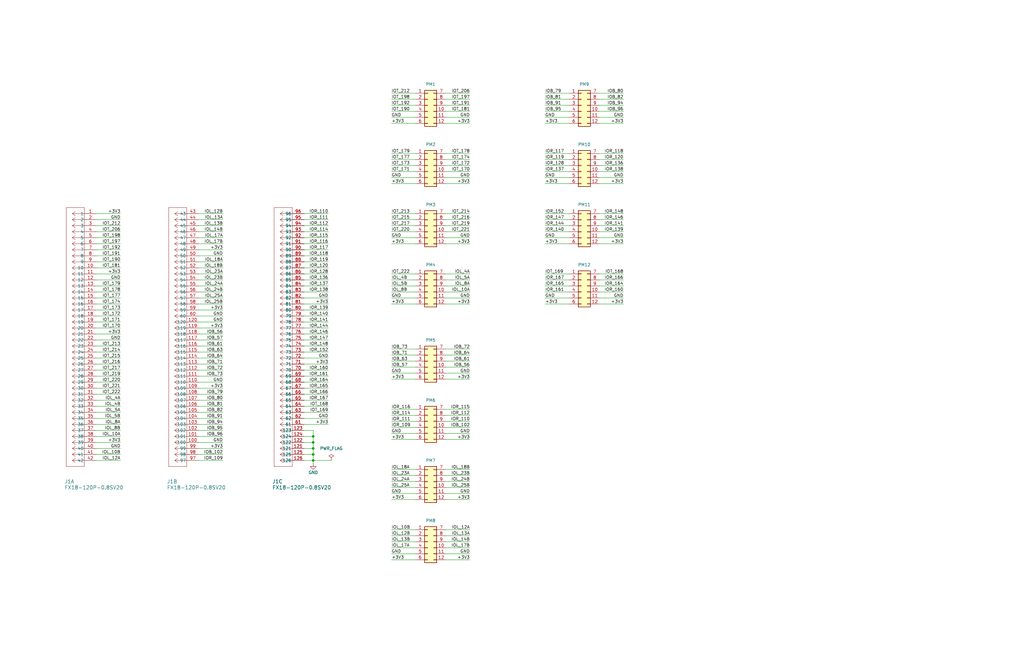
<source format=kicad_sch>
(kicad_sch (version 20231120) (generator "eeschema") (generator_version "8.0")
  (paper "USLedger")
  (lib_symbols
    (symbol "Connector_Generic:Conn_02x06_Top_Bottom" (pin_names (offset 1.016) hide)
      (property "Reference" "J" (at 1.27 7.62 0))
      (property "Value" "Conn_02x06_Top_Bottom" (at 1.27 -10.16 0))
      (symbol "Conn_02x06_Top_Bottom_1_1"
        (pin passive line (at -5.08 5.08 0) (length 3.81) (name "Pin_1") (number "1"))
        (pin passive line (at 7.62 -2.54 180) (length 3.81) (name "Pin_10") (number "10"))
        (pin passive line (at 7.62 -5.08 180) (length 3.81) (name "Pin_11") (number "11"))
        (pin passive line (at 7.62 -7.62 180) (length 3.81) (name "Pin_12") (number "12"))
        (pin passive line (at -5.08 2.54 0) (length 3.81) (name "Pin_2") (number "2"))
        (pin passive line (at -5.08 0 0) (length 3.81) (name "Pin_3") (number "3"))
        (pin passive line (at -5.08 -2.54 0) (length 3.81) (name "Pin_4") (number "4"))
        (pin passive line (at -5.08 -5.08 0) (length 3.81) (name "Pin_5") (number "5"))
        (pin passive line (at -5.08 -7.62 0) (length 3.81) (name "Pin_6") (number "6"))
        (pin passive line (at 7.62 5.08 180) (length 3.81) (name "Pin_7") (number "7"))
        (pin passive line (at 7.62 2.54 180) (length 3.81) (name "Pin_8") (number "8"))
        (pin passive line (at 7.62 0 180) (length 3.81) (name "Pin_9") (number "9"))
      )
    )
    (symbol "FX18-120P-0-8SV20:FX18-120P-0.8SV20" (pin_names (offset 0.254))
      (property "Reference" "J" (at 8.89 6.35 0))
      (property "Value" "FX18-120P-0.8SV20" (at 0 0 0))
      (symbol "FX18-120P-0.8SV20_1_1"
        (pin passive line (at 0 0 0) (length 5.08) (name "1") (number "1"))
        (pin passive line (at 0 -22.86 0) (length 5.08) (name "10") (number "10"))
        (pin passive line (at 0 -25.4 0) (length 5.08) (name "11") (number "11"))
        (pin passive line (at 0 -27.94 0) (length 5.08) (name "12") (number "12"))
        (pin passive line (at 0 -30.48 0) (length 5.08) (name "13") (number "13"))
        (pin passive line (at 0 -33.02 0) (length 5.08) (name "14") (number "14"))
        (pin passive line (at 0 -35.56 0) (length 5.08) (name "15") (number "15"))
        (pin passive line (at 0 -38.1 0) (length 5.08) (name "16") (number "16"))
        (pin passive line (at 0 -40.64 0) (length 5.08) (name "17") (number "17"))
        (pin passive line (at 0 -43.18 0) (length 5.08) (name "18") (number "18"))
        (pin passive line (at 0 -45.72 0) (length 5.08) (name "19") (number "19"))
        (pin passive line (at 0 -2.54 0) (length 5.08) (name "2") (number "2"))
        (pin passive line (at 0 -48.26 0) (length 5.08) (name "20") (number "20"))
        (pin passive line (at 0 -50.8 0) (length 5.08) (name "21") (number "21"))
        (pin passive line (at 0 -53.34 0) (length 5.08) (name "22") (number "22"))
        (pin passive line (at 0 -55.88 0) (length 5.08) (name "23") (number "23"))
        (pin passive line (at 0 -58.42 0) (length 5.08) (name "24") (number "24"))
        (pin passive line (at 0 -60.96 0) (length 5.08) (name "25") (number "25"))
        (pin passive line (at 0 -63.5 0) (length 5.08) (name "26") (number "26"))
        (pin passive line (at 0 -66.04 0) (length 5.08) (name "27") (number "27"))
        (pin passive line (at 0 -68.58 0) (length 5.08) (name "28") (number "28"))
        (pin passive line (at 0 -71.12 0) (length 5.08) (name "29") (number "29"))
        (pin passive line (at 0 -5.08 0) (length 5.08) (name "3") (number "3"))
        (pin passive line (at 0 -73.66 0) (length 5.08) (name "30") (number "30"))
        (pin passive line (at 0 -76.2 0) (length 5.08) (name "31") (number "31"))
        (pin passive line (at 0 -78.74 0) (length 5.08) (name "32") (number "32"))
        (pin passive line (at 0 -81.28 0) (length 5.08) (name "33") (number "33"))
        (pin passive line (at 0 -83.82 0) (length 5.08) (name "34") (number "34"))
        (pin passive line (at 0 -86.36 0) (length 5.08) (name "35") (number "35"))
        (pin passive line (at 0 -88.9 0) (length 5.08) (name "36") (number "36"))
        (pin passive line (at 0 -91.44 0) (length 5.08) (name "37") (number "37"))
        (pin passive line (at 0 -93.98 0) (length 5.08) (name "38") (number "38"))
        (pin passive line (at 0 -96.52 0) (length 5.08) (name "39") (number "39"))
        (pin passive line (at 0 -7.62 0) (length 5.08) (name "4") (number "4"))
        (pin passive line (at 0 -99.06 0) (length 5.08) (name "40") (number "40"))
        (pin passive line (at 0 -101.6 0) (length 5.08) (name "41") (number "41"))
        (pin passive line (at 0 -104.14 0) (length 5.08) (name "42") (number "42"))
        (pin passive line (at 0 -10.16 0) (length 5.08) (name "5") (number "5"))
        (pin passive line (at 0 -12.7 0) (length 5.08) (name "6") (number "6"))
        (pin passive line (at 0 -15.24 0) (length 5.08) (name "7") (number "7"))
        (pin passive line (at 0 -17.78 0) (length 5.08) (name "8") (number "8"))
        (pin passive line (at 0 -20.32 0) (length 5.08) (name "9") (number "9"))
      )
      (symbol "FX18-120P-0.8SV20_2_1"
        (pin passive line (at 0 -96.52 0) (length 5.08) (name "100") (number "100"))
        (pin passive line (at 0 -93.98 0) (length 5.08) (name "101") (number "101"))
        (pin passive line (at 0 -91.44 0) (length 5.08) (name "102") (number "102"))
        (pin passive line (at 0 -88.9 0) (length 5.08) (name "103") (number "103"))
        (pin passive line (at 0 -86.36 0) (length 5.08) (name "104") (number "104"))
        (pin passive line (at 0 -83.82 0) (length 5.08) (name "105") (number "105"))
        (pin passive line (at 0 -81.28 0) (length 5.08) (name "106") (number "106"))
        (pin passive line (at 0 -78.74 0) (length 5.08) (name "107") (number "107"))
        (pin passive line (at 0 -76.2 0) (length 5.08) (name "108") (number "108"))
        (pin passive line (at 0 -73.66 0) (length 5.08) (name "109") (number "109"))
        (pin passive line (at 0 -71.12 0) (length 5.08) (name "110") (number "110"))
        (pin passive line (at 0 -68.58 0) (length 5.08) (name "111") (number "111"))
        (pin passive line (at 0 -66.04 0) (length 5.08) (name "112") (number "112"))
        (pin passive line (at 0 -63.5 0) (length 5.08) (name "113") (number "113"))
        (pin passive line (at 0 -60.96 0) (length 5.08) (name "114") (number "114"))
        (pin passive line (at 0 -58.42 0) (length 5.08) (name "115") (number "115"))
        (pin passive line (at 0 -55.88 0) (length 5.08) (name "116") (number "116"))
        (pin passive line (at 0 -53.34 0) (length 5.08) (name "117") (number "117"))
        (pin passive line (at 0 -50.8 0) (length 5.08) (name "118") (number "118"))
        (pin passive line (at 0 -48.26 0) (length 5.08) (name "119") (number "119"))
        (pin passive line (at 0 -45.72 0) (length 5.08) (name "120") (number "120"))
        (pin passive line (at 0 0 0) (length 5.08) (name "43") (number "43"))
        (pin passive line (at 0 -2.54 0) (length 5.08) (name "44") (number "44"))
        (pin passive line (at 0 -5.08 0) (length 5.08) (name "45") (number "45"))
        (pin passive line (at 0 -7.62 0) (length 5.08) (name "46") (number "46"))
        (pin passive line (at 0 -10.16 0) (length 5.08) (name "47") (number "47"))
        (pin passive line (at 0 -12.7 0) (length 5.08) (name "48") (number "48"))
        (pin passive line (at 0 -15.24 0) (length 5.08) (name "49") (number "49"))
        (pin passive line (at 0 -17.78 0) (length 5.08) (name "50") (number "50"))
        (pin passive line (at 0 -20.32 0) (length 5.08) (name "51") (number "51"))
        (pin passive line (at 0 -22.86 0) (length 5.08) (name "52") (number "52"))
        (pin passive line (at 0 -25.4 0) (length 5.08) (name "53") (number "53"))
        (pin passive line (at 0 -27.94 0) (length 5.08) (name "54") (number "54"))
        (pin passive line (at 0 -30.48 0) (length 5.08) (name "55") (number "55"))
        (pin passive line (at 0 -33.02 0) (length 5.08) (name "56") (number "56"))
        (pin passive line (at 0 -35.56 0) (length 5.08) (name "57") (number "57"))
        (pin passive line (at 0 -38.1 0) (length 5.08) (name "58") (number "58"))
        (pin passive line (at 0 -40.64 0) (length 5.08) (name "59") (number "59"))
        (pin passive line (at 0 -43.18 0) (length 5.08) (name "60") (number "60"))
        (pin passive line (at 0 -104.14 0) (length 5.08) (name "97") (number "97"))
        (pin passive line (at 0 -101.6 0) (length 5.08) (name "98") (number "98"))
        (pin passive line (at 0 -99.06 0) (length 5.08) (name "99") (number "99"))
      )
      (symbol "FX18-120P-0.8SV20_3_1"
        (pin passive line (at 0 -99.06 0) (length 5.08) (name "121") (number "121"))
        (pin passive line (at 0 -96.52 0) (length 5.08) (name "122") (number "122"))
        (pin passive line (at 0 -91.44 0) (length 5.08) (name "123") (number "123"))
        (pin passive line (at 0 -93.98 0) (length 5.08) (name "124") (number "124"))
        (pin passive line (at 0 -101.6 0) (length 5.08) (name "125") (number "125"))
        (pin passive line (at 0 -104.14 0) (length 5.08) (name "126") (number "126"))
        (pin passive line (at 0 -88.9 0) (length 5.08) (name "61") (number "61"))
        (pin passive line (at 0 -86.36 0) (length 5.08) (name "62") (number "62"))
        (pin passive line (at 0 -83.82 0) (length 5.08) (name "63") (number "63"))
        (pin passive line (at 0 -81.28 0) (length 5.08) (name "64") (number "64"))
        (pin passive line (at 0 -78.74 0) (length 5.08) (name "65") (number "65"))
        (pin passive line (at 0 -76.2 0) (length 5.08) (name "66") (number "66"))
        (pin passive line (at 0 -73.66 0) (length 5.08) (name "67") (number "67"))
        (pin passive line (at 0 -71.12 0) (length 5.08) (name "68") (number "68"))
        (pin passive line (at 0 -68.58 0) (length 5.08) (name "69") (number "69"))
        (pin passive line (at 0 -66.04 0) (length 5.08) (name "70") (number "70"))
        (pin passive line (at 0 -63.5 0) (length 5.08) (name "71") (number "71"))
        (pin passive line (at 0 -60.96 0) (length 5.08) (name "72") (number "72"))
        (pin passive line (at 0 -58.42 0) (length 5.08) (name "73") (number "73"))
        (pin passive line (at 0 -55.88 0) (length 5.08) (name "74") (number "74"))
        (pin passive line (at 0 -53.34 0) (length 5.08) (name "75") (number "75"))
        (pin passive line (at 0 -50.8 0) (length 5.08) (name "76") (number "76"))
        (pin passive line (at 0 -48.26 0) (length 5.08) (name "77") (number "77"))
        (pin passive line (at 0 -45.72 0) (length 5.08) (name "78") (number "78"))
        (pin passive line (at 0 -43.18 0) (length 5.08) (name "79") (number "79"))
        (pin passive line (at 0 -40.64 0) (length 5.08) (name "80") (number "80"))
        (pin passive line (at 0 -38.1 0) (length 5.08) (name "81") (number "81"))
        (pin passive line (at 0 -35.56 0) (length 5.08) (name "82") (number "82"))
        (pin passive line (at 0 -33.02 0) (length 5.08) (name "83") (number "83"))
        (pin passive line (at 0 -30.48 0) (length 5.08) (name "84") (number "84"))
        (pin passive line (at 0 -27.94 0) (length 5.08) (name "85") (number "85"))
        (pin passive line (at 0 -25.4 0) (length 5.08) (name "86") (number "86"))
        (pin passive line (at 0 -22.86 0) (length 5.08) (name "87") (number "87"))
        (pin passive line (at 0 -20.32 0) (length 5.08) (name "88") (number "88"))
        (pin passive line (at 0 -17.78 0) (length 5.08) (name "89") (number "89"))
        (pin passive line (at 0 -15.24 0) (length 5.08) (name "90") (number "90"))
        (pin passive line (at 0 -12.7 0) (length 5.08) (name "91") (number "91"))
        (pin passive line (at 0 -10.16 0) (length 5.08) (name "92") (number "92"))
        (pin passive line (at 0 -7.62 0) (length 5.08) (name "93") (number "93"))
        (pin passive line (at 0 -5.08 0) (length 5.08) (name "94") (number "94"))
        (pin passive line (at 0 -2.54 0) (length 5.08) (name "95") (number "95"))
        (pin passive line (at 0 0 0) (length 5.08) (name "96") (number "96"))
      )
    )
    (symbol "power:GND" (power) (pin_numbers hide) (pin_names (offset 0) hide)
      (property "Value" "GND" (at 0 -3.81 0))
      (symbol "GND_1_1"
        (pin power_in line (at 0 0 270) (length 0) (name "~") (number "1"))
      )
    )
    (symbol "power:PWR_FLAG" (power) (pin_numbers hide) (pin_names (offset 0) hide)
      (property "Value" "PWR_FLAG" (at 0 3.81 0))
      (symbol "PWR_FLAG_0_0"
        (pin power_out line (at 0 0 90) (length 0) (name "~") (number "1"))
      )
    )
  )
  (junction (at 132.08 191.77))
  (junction (at 132.08 186.69))
  (junction (at 132.08 189.23))
  (junction (at 132.08 184.15))
  (junction (at 132.08 194.31))
  (wire (pts (xy 128.27 181.61) (xy 132.08 181.61)))
  (wire (pts (xy 93.98 181.61) (xy 83.82 181.61)))
  (wire (pts (xy 132.08 194.31) (xy 128.27 194.31)))
  (wire (pts (xy 187.96 67.31) (xy 198.12 67.31)))
  (wire (pts (xy 175.26 90.17) (xy 165.1 90.17)))
  (wire (pts (xy 138.43 171.45) (xy 128.27 171.45)))
  (wire (pts (xy 93.98 171.45) (xy 83.82 171.45)))
  (wire (pts (xy 93.98 194.31) (xy 83.82 194.31)))
  (wire (pts (xy 138.43 123.19) (xy 128.27 123.19)))
  (wire (pts (xy 240.03 64.77) (xy 229.87 64.77)))
  (wire (pts (xy 50.8 173.99) (xy 40.64 173.99)))
  (wire (pts (xy 138.43 118.11) (xy 128.27 118.11)))
  (wire (pts (xy 50.8 158.75) (xy 40.64 158.75)))
  (wire (pts (xy 138.43 107.95) (xy 128.27 107.95)))
  (wire (pts (xy 252.73 44.45) (xy 262.89 44.45)))
  (wire (pts (xy 240.03 115.57) (xy 229.87 115.57)))
  (wire (pts (xy 138.43 176.53) (xy 128.27 176.53)))
  (wire (pts (xy 138.43 128.27) (xy 128.27 128.27)))
  (wire (pts (xy 175.26 223.52) (xy 165.1 223.52)))
  (wire (pts (xy 165.1 226.06) (xy 175.26 226.06)))
  (wire (pts (xy 50.8 125.73) (xy 40.64 125.73)))
  (wire (pts (xy 187.96 180.34) (xy 198.12 180.34)))
  (wire (pts (xy 165.1 152.4) (xy 175.26 152.4)))
  (wire (pts (xy 165.1 208.28) (xy 175.26 208.28)))
  (wire (pts (xy 93.98 113.03) (xy 83.82 113.03)))
  (wire (pts (xy 50.8 189.23) (xy 40.64 189.23)))
  (wire (pts (xy 229.87 120.65) (xy 240.03 120.65)))
  (wire (pts (xy 50.8 102.87) (xy 40.64 102.87)))
  (wire (pts (xy 50.8 148.59) (xy 40.64 148.59)))
  (wire (pts (xy 187.96 203.2) (xy 198.12 203.2)))
  (wire (pts (xy 175.26 147.32) (xy 165.1 147.32)))
  (wire (pts (xy 93.98 189.23) (xy 83.82 189.23)))
  (wire (pts (xy 187.96 149.86) (xy 198.12 149.86)))
  (wire (pts (xy 165.1 102.87) (xy 175.26 102.87)))
  (wire (pts (xy 252.73 97.79) (xy 262.89 97.79)))
  (wire (pts (xy 93.98 115.57) (xy 83.82 115.57)))
  (wire (pts (xy 50.8 138.43) (xy 40.64 138.43)))
  (wire (pts (xy 252.73 72.39) (xy 262.89 72.39)))
  (wire (pts (xy 187.96 92.71) (xy 198.12 92.71)))
  (wire (pts (xy 187.96 231.14) (xy 198.12 231.14)))
  (wire (pts (xy 138.43 95.25) (xy 128.27 95.25)))
  (wire (pts (xy 229.87 46.99) (xy 240.03 46.99)))
  (wire (pts (xy 50.8 166.37) (xy 40.64 166.37)))
  (wire (pts (xy 93.98 95.25) (xy 83.82 95.25)))
  (wire (pts (xy 93.98 186.69) (xy 83.82 186.69)))
  (wire (pts (xy 50.8 118.11) (xy 40.64 118.11)))
  (wire (pts (xy 93.98 135.89) (xy 83.82 135.89)))
  (wire (pts (xy 187.96 233.68) (xy 198.12 233.68)))
  (wire (pts (xy 252.73 120.65) (xy 262.89 120.65)))
  (wire (pts (xy 93.98 156.21) (xy 83.82 156.21)))
  (wire (pts (xy 252.73 46.99) (xy 262.89 46.99)))
  (wire (pts (xy 262.89 39.37) (xy 252.73 39.37)))
  (wire (pts (xy 165.1 185.42) (xy 175.26 185.42)))
  (wire (pts (xy 229.87 41.91) (xy 240.03 41.91)))
  (wire (pts (xy 229.87 92.71) (xy 240.03 92.71)))
  (wire (pts (xy 132.08 191.77) (xy 132.08 194.31)))
  (wire (pts (xy 50.8 151.13) (xy 40.64 151.13)))
  (wire (pts (xy 93.98 140.97) (xy 83.82 140.97)))
  (wire (pts (xy 229.87 77.47) (xy 240.03 77.47)))
  (wire (pts (xy 93.98 107.95) (xy 83.82 107.95)))
  (wire (pts (xy 50.8 130.81) (xy 40.64 130.81)))
  (wire (pts (xy 50.8 176.53) (xy 40.64 176.53)))
  (wire (pts (xy 93.98 100.33) (xy 83.82 100.33)))
  (wire (pts (xy 165.1 72.39) (xy 175.26 72.39)))
  (wire (pts (xy 198.12 223.52) (xy 187.96 223.52)))
  (wire (pts (xy 229.87 69.85) (xy 240.03 69.85)))
  (wire (pts (xy 187.96 123.19) (xy 198.12 123.19)))
  (wire (pts (xy 187.96 52.07) (xy 198.12 52.07)))
  (wire (pts (xy 132.08 186.69) (xy 128.27 186.69)))
  (wire (pts (xy 165.1 203.2) (xy 175.26 203.2)))
  (wire (pts (xy 165.1 233.68) (xy 175.26 233.68)))
  (wire (pts (xy 132.08 189.23) (xy 132.08 191.77)))
  (wire (pts (xy 138.43 115.57) (xy 128.27 115.57)))
  (wire (pts (xy 252.73 41.91) (xy 262.89 41.91)))
  (wire (pts (xy 187.96 175.26) (xy 198.12 175.26)))
  (wire (pts (xy 187.96 157.48) (xy 198.12 157.48)))
  (wire (pts (xy 187.96 205.74) (xy 198.12 205.74)))
  (wire (pts (xy 252.73 118.11) (xy 262.89 118.11)))
  (wire (pts (xy 175.26 172.72) (xy 165.1 172.72)))
  (wire (pts (xy 93.98 130.81) (xy 83.82 130.81)))
  (wire (pts (xy 165.1 180.34) (xy 175.26 180.34)))
  (wire (pts (xy 187.96 160.02) (xy 198.12 160.02)))
  (wire (pts (xy 165.1 118.11) (xy 175.26 118.11)))
  (wire (pts (xy 229.87 97.79) (xy 240.03 97.79)))
  (wire (pts (xy 138.43 125.73) (xy 128.27 125.73)))
  (wire (pts (xy 252.73 49.53) (xy 262.89 49.53)))
  (wire (pts (xy 165.1 100.33) (xy 175.26 100.33)))
  (wire (pts (xy 165.1 52.07) (xy 175.26 52.07)))
  (wire (pts (xy 50.8 97.79) (xy 40.64 97.79)))
  (wire (pts (xy 187.96 177.8) (xy 198.12 177.8)))
  (wire (pts (xy 50.8 92.71) (xy 40.64 92.71)))
  (wire (pts (xy 50.8 184.15) (xy 40.64 184.15)))
  (wire (pts (xy 50.8 110.49) (xy 40.64 110.49)))
  (wire (pts (xy 229.87 49.53) (xy 240.03 49.53)))
  (wire (pts (xy 165.1 160.02) (xy 175.26 160.02)))
  (wire (pts (xy 198.12 64.77) (xy 187.96 64.77)))
  (wire (pts (xy 50.8 194.31) (xy 40.64 194.31)))
  (wire (pts (xy 138.43 173.99) (xy 128.27 173.99)))
  (wire (pts (xy 165.1 69.85) (xy 175.26 69.85)))
  (wire (pts (xy 229.87 128.27) (xy 240.03 128.27)))
  (wire (pts (xy 93.98 97.79) (xy 83.82 97.79)))
  (wire (pts (xy 187.96 210.82) (xy 198.12 210.82)))
  (wire (pts (xy 262.89 64.77) (xy 252.73 64.77)))
  (wire (pts (xy 165.1 128.27) (xy 175.26 128.27)))
  (wire (pts (xy 50.8 100.33) (xy 40.64 100.33)))
  (wire (pts (xy 50.8 179.07) (xy 40.64 179.07)))
  (wire (pts (xy 198.12 147.32) (xy 187.96 147.32)))
  (wire (pts (xy 138.43 161.29) (xy 128.27 161.29)))
  (wire (pts (xy 165.1 200.66) (xy 175.26 200.66)))
  (wire (pts (xy 132.08 181.61) (xy 132.08 184.15)))
  (wire (pts (xy 165.1 236.22) (xy 175.26 236.22)))
  (wire (pts (xy 93.98 92.71) (xy 83.82 92.71)))
  (wire (pts (xy 187.96 44.45) (xy 198.12 44.45)))
  (wire (pts (xy 165.1 123.19) (xy 175.26 123.19)))
  (wire (pts (xy 50.8 120.65) (xy 40.64 120.65)))
  (wire (pts (xy 93.98 120.65) (xy 83.82 120.65)))
  (wire (pts (xy 93.98 153.67) (xy 83.82 153.67)))
  (wire (pts (xy 165.1 44.45) (xy 175.26 44.45)))
  (wire (pts (xy 198.12 172.72) (xy 187.96 172.72)))
  (wire (pts (xy 229.87 118.11) (xy 240.03 118.11)))
  (wire (pts (xy 93.98 123.19) (xy 83.82 123.19)))
  (wire (pts (xy 198.12 198.12) (xy 187.96 198.12)))
  (wire (pts (xy 229.87 44.45) (xy 240.03 44.45)))
  (wire (pts (xy 165.1 49.53) (xy 175.26 49.53)))
  (wire (pts (xy 50.8 123.19) (xy 40.64 123.19)))
  (wire (pts (xy 138.43 179.07) (xy 128.27 179.07)))
  (wire (pts (xy 252.73 77.47) (xy 262.89 77.47)))
  (wire (pts (xy 252.73 69.85) (xy 262.89 69.85)))
  (wire (pts (xy 187.96 228.6) (xy 198.12 228.6)))
  (wire (pts (xy 132.08 191.77) (xy 128.27 191.77)))
  (wire (pts (xy 187.96 125.73) (xy 198.12 125.73)))
  (wire (pts (xy 187.96 95.25) (xy 198.12 95.25)))
  (wire (pts (xy 187.96 41.91) (xy 198.12 41.91)))
  (wire (pts (xy 138.43 158.75) (xy 128.27 158.75)))
  (wire (pts (xy 93.98 191.77) (xy 83.82 191.77)))
  (wire (pts (xy 187.96 226.06) (xy 198.12 226.06)))
  (wire (pts (xy 93.98 184.15) (xy 83.82 184.15)))
  (wire (pts (xy 229.87 52.07) (xy 240.03 52.07)))
  (wire (pts (xy 252.73 92.71) (xy 262.89 92.71)))
  (wire (pts (xy 252.73 128.27) (xy 262.89 128.27)))
  (wire (pts (xy 252.73 67.31) (xy 262.89 67.31)))
  (wire (pts (xy 93.98 143.51) (xy 83.82 143.51)))
  (wire (pts (xy 50.8 140.97) (xy 40.64 140.97)))
  (wire (pts (xy 50.8 105.41) (xy 40.64 105.41)))
  (wire (pts (xy 50.8 113.03) (xy 40.64 113.03)))
  (wire (pts (xy 138.43 110.49) (xy 128.27 110.49)))
  (wire (pts (xy 138.43 133.35) (xy 128.27 133.35)))
  (wire (pts (xy 252.73 74.93) (xy 262.89 74.93)))
  (wire (pts (xy 138.43 153.67) (xy 128.27 153.67)))
  (wire (pts (xy 132.08 189.23) (xy 128.27 189.23)))
  (wire (pts (xy 187.96 97.79) (xy 198.12 97.79)))
  (wire (pts (xy 50.8 146.05) (xy 40.64 146.05)))
  (wire (pts (xy 229.87 102.87) (xy 240.03 102.87)))
  (wire (pts (xy 93.98 125.73) (xy 83.82 125.73)))
  (wire (pts (xy 50.8 171.45) (xy 40.64 171.45)))
  (wire (pts (xy 165.1 205.74) (xy 175.26 205.74)))
  (wire (pts (xy 93.98 173.99) (xy 83.82 173.99)))
  (wire (pts (xy 50.8 143.51) (xy 40.64 143.51)))
  (wire (pts (xy 132.08 194.31) (xy 132.08 195.58)))
  (wire (pts (xy 240.03 90.17) (xy 229.87 90.17)))
  (wire (pts (xy 165.1 175.26) (xy 175.26 175.26)))
  (wire (pts (xy 138.43 90.17) (xy 128.27 90.17)))
  (wire (pts (xy 187.96 100.33) (xy 198.12 100.33)))
  (wire (pts (xy 93.98 176.53) (xy 83.82 176.53)))
  (wire (pts (xy 138.43 100.33) (xy 128.27 100.33)))
  (wire (pts (xy 138.43 138.43) (xy 128.27 138.43)))
  (wire (pts (xy 93.98 102.87) (xy 83.82 102.87)))
  (wire (pts (xy 93.98 161.29) (xy 83.82 161.29)))
  (wire (pts (xy 187.96 154.94) (xy 198.12 154.94)))
  (wire (pts (xy 262.89 115.57) (xy 252.73 115.57)))
  (wire (pts (xy 93.98 166.37) (xy 83.82 166.37)))
  (wire (pts (xy 50.8 153.67) (xy 40.64 153.67)))
  (wire (pts (xy 187.96 39.37) (xy 198.12 39.37)))
  (wire (pts (xy 187.96 152.4) (xy 198.12 152.4)))
  (wire (pts (xy 132.08 184.15) (xy 132.08 186.69)))
  (wire (pts (xy 93.98 138.43) (xy 83.82 138.43)))
  (wire (pts (xy 187.96 118.11) (xy 198.12 118.11)))
  (wire (pts (xy 93.98 133.35) (xy 83.82 133.35)))
  (wire (pts (xy 50.8 191.77) (xy 40.64 191.77)))
  (wire (pts (xy 229.87 74.93) (xy 240.03 74.93)))
  (wire (pts (xy 175.26 198.12) (xy 165.1 198.12)))
  (wire (pts (xy 50.8 161.29) (xy 40.64 161.29)))
  (wire (pts (xy 93.98 90.17) (xy 83.82 90.17)))
  (wire (pts (xy 50.8 186.69) (xy 40.64 186.69)))
  (wire (pts (xy 93.98 118.11) (xy 83.82 118.11)))
  (wire (pts (xy 187.96 208.28) (xy 198.12 208.28)))
  (wire (pts (xy 165.1 95.25) (xy 175.26 95.25)))
  (wire (pts (xy 229.87 125.73) (xy 240.03 125.73)))
  (wire (pts (xy 50.8 90.17) (xy 40.64 90.17)))
  (wire (pts (xy 138.43 130.81) (xy 128.27 130.81)))
  (wire (pts (xy 229.87 67.31) (xy 240.03 67.31)))
  (wire (pts (xy 165.1 157.48) (xy 175.26 157.48)))
  (wire (pts (xy 138.43 97.79) (xy 128.27 97.79)))
  (wire (pts (xy 187.96 46.99) (xy 198.12 46.99)))
  (wire (pts (xy 165.1 77.47) (xy 175.26 77.47)))
  (wire (pts (xy 187.96 200.66) (xy 198.12 200.66)))
  (wire (pts (xy 187.96 128.27) (xy 198.12 128.27)))
  (wire (pts (xy 138.43 156.21) (xy 128.27 156.21)))
  (wire (pts (xy 165.1 74.93) (xy 175.26 74.93)))
  (wire (pts (xy 50.8 133.35) (xy 40.64 133.35)))
  (wire (pts (xy 252.73 100.33) (xy 262.89 100.33)))
  (wire (pts (xy 165.1 154.94) (xy 175.26 154.94)))
  (wire (pts (xy 187.96 72.39) (xy 198.12 72.39)))
  (wire (pts (xy 165.1 149.86) (xy 175.26 149.86)))
  (wire (pts (xy 175.26 64.77) (xy 165.1 64.77)))
  (wire (pts (xy 187.96 102.87) (xy 198.12 102.87)))
  (wire (pts (xy 262.89 90.17) (xy 252.73 90.17)))
  (wire (pts (xy 165.1 97.79) (xy 175.26 97.79)))
  (wire (pts (xy 138.43 92.71) (xy 128.27 92.71)))
  (wire (pts (xy 50.8 163.83) (xy 40.64 163.83)))
  (wire (pts (xy 93.98 148.59) (xy 83.82 148.59)))
  (wire (pts (xy 252.73 125.73) (xy 262.89 125.73)))
  (wire (pts (xy 252.73 123.19) (xy 262.89 123.19)))
  (wire (pts (xy 165.1 92.71) (xy 175.26 92.71)))
  (wire (pts (xy 165.1 228.6) (xy 175.26 228.6)))
  (wire (pts (xy 93.98 151.13) (xy 83.82 151.13)))
  (wire (pts (xy 93.98 158.75) (xy 83.82 158.75)))
  (wire (pts (xy 138.43 102.87) (xy 128.27 102.87)))
  (wire (pts (xy 50.8 95.25) (xy 40.64 95.25)))
  (wire (pts (xy 138.43 143.51) (xy 128.27 143.51)))
  (wire (pts (xy 165.1 46.99) (xy 175.26 46.99)))
  (wire (pts (xy 165.1 210.82) (xy 175.26 210.82)))
  (wire (pts (xy 187.96 69.85) (xy 198.12 69.85)))
  (wire (pts (xy 165.1 41.91) (xy 175.26 41.91)))
  (wire (pts (xy 252.73 95.25) (xy 262.89 95.25)))
  (wire (pts (xy 138.43 168.91) (xy 128.27 168.91)))
  (wire (pts (xy 93.98 163.83) (xy 83.82 163.83)))
  (wire (pts (xy 138.43 163.83) (xy 128.27 163.83)))
  (wire (pts (xy 187.96 49.53) (xy 198.12 49.53)))
  (wire (pts (xy 93.98 128.27) (xy 83.82 128.27)))
  (wire (pts (xy 175.26 39.37) (xy 165.1 39.37)))
  (wire (pts (xy 50.8 181.61) (xy 40.64 181.61)))
  (wire (pts (xy 187.96 77.47) (xy 198.12 77.47)))
  (wire (pts (xy 165.1 231.14) (xy 175.26 231.14)))
  (wire (pts (xy 138.43 148.59) (xy 128.27 148.59)))
  (wire (pts (xy 252.73 52.07) (xy 262.89 52.07)))
  (wire (pts (xy 138.43 105.41) (xy 128.27 105.41)))
  (wire (pts (xy 132.08 194.31) (xy 139.7 194.31)))
  (wire (pts (xy 175.26 115.57) (xy 165.1 115.57)))
  (wire (pts (xy 138.43 166.37) (xy 128.27 166.37)))
  (wire (pts (xy 187.96 74.93) (xy 198.12 74.93)))
  (wire (pts (xy 138.43 120.65) (xy 128.27 120.65)))
  (wire (pts (xy 93.98 110.49) (xy 83.82 110.49)))
  (wire (pts (xy 187.96 120.65) (xy 198.12 120.65)))
  (wire (pts (xy 50.8 107.95) (xy 40.64 107.95)))
  (wire (pts (xy 132.08 184.15) (xy 128.27 184.15)))
  (wire (pts (xy 165.1 67.31) (xy 175.26 67.31)))
  (wire (pts (xy 165.1 120.65) (xy 175.26 120.65)))
  (wire (pts (xy 50.8 168.91) (xy 40.64 168.91)))
  (wire (pts (xy 229.87 95.25) (xy 240.03 95.25)))
  (wire (pts (xy 187.96 236.22) (xy 198.12 236.22)))
  (wire (pts (xy 252.73 102.87) (xy 262.89 102.87)))
  (wire (pts (xy 138.43 146.05) (xy 128.27 146.05)))
  (wire (pts (xy 138.43 140.97) (xy 128.27 140.97)))
  (wire (pts (xy 93.98 179.07) (xy 83.82 179.07)))
  (wire (pts (xy 132.08 186.69) (xy 132.08 189.23)))
  (wire (pts (xy 229.87 123.19) (xy 240.03 123.19)))
  (wire (pts (xy 50.8 135.89) (xy 40.64 135.89)))
  (wire (pts (xy 93.98 146.05) (xy 83.82 146.05)))
  (wire (pts (xy 93.98 168.91) (xy 83.82 168.91)))
  (wire (pts (xy 198.12 90.17) (xy 187.96 90.17)))
  (wire (pts (xy 187.96 185.42) (xy 198.12 185.42)))
  (wire (pts (xy 165.1 125.73) (xy 175.26 125.73)))
  (wire (pts (xy 50.8 128.27) (xy 40.64 128.27)))
  (wire (pts (xy 240.03 39.37) (xy 229.87 39.37)))
  (wire (pts (xy 229.87 100.33) (xy 240.03 100.33)))
  (wire (pts (xy 187.96 182.88) (xy 198.12 182.88)))
  (wire (pts (xy 165.1 182.88) (xy 175.26 182.88)))
  (wire (pts (xy 50.8 156.21) (xy 40.64 156.21)))
  (wire (pts (xy 165.1 177.8) (xy 175.26 177.8)))
  (wire (pts (xy 198.12 115.57) (xy 187.96 115.57)))
  (wire (pts (xy 138.43 151.13) (xy 128.27 151.13)))
  (wire (pts (xy 138.43 113.03) (xy 128.27 113.03)))
  (wire (pts (xy 138.43 135.89) (xy 128.27 135.89)))
  (wire (pts (xy 50.8 115.57) (xy 40.64 115.57)))
  (wire (pts (xy 229.87 72.39) (xy 240.03 72.39)))
  (wire (pts (xy 93.98 105.41) (xy 83.82 105.41)))
  (label "+3V3" (at 198.12 210.82 180))
  (label "IOT_217" (at 50.8 156.21 180))
  (label "IOB_91" (at 93.98 176.53 180))
  (label "GND" (at 165.1 182.88 0))
  (label "IOR_139" (at 138.43 130.81 180))
  (label "IOT_170" (at 198.12 72.39 180))
  (label "GND" (at 262.89 74.93 180))
  (label "IOL_12A" (at 198.12 223.52 180))
  (label "IOL_18A" (at 93.98 110.49 180))
  (label "IOB_57" (at 165.1 154.94 0))
  (label "IOT_190" (at 50.8 110.49 180))
  (label "IOL_18A" (at 165.1 198.12 0))
  (label "IOT_222" (at 50.8 166.37 180))
  (label "IOR_167" (at 138.43 168.91 180))
  (label "+3V3" (at 165.1 128.27 0))
  (label "IOR_167" (at 229.87 118.11 0))
  (label "IOB_71" (at 93.98 153.67 180))
  (label "IOT_206" (at 198.12 39.37 180))
  (label "IOR_140" (at 138.43 133.35 180))
  (label "IOR_165" (at 229.87 120.65 0))
  (label "IOT_172" (at 198.12 69.85 180))
  (label "IOL_5B" (at 50.8 176.53 180))
  (label "+3V3" (at 198.12 185.42 180))
  (label "GND" (at 138.43 125.73 180))
  (label "GND" (at 262.89 49.53 180))
  (label "IOT_190" (at 165.1 46.99 0))
  (label "IOL_24B" (at 93.98 123.19 180))
  (label "+3V3" (at 165.1 210.82 0))
  (label "IOT_168" (at 138.43 171.45 180))
  (label "GND" (at 198.12 125.73 180))
  (label "IOR_118" (at 138.43 107.95 180))
  (label "IOR_146" (at 138.43 140.97 180))
  (label "IOL_24A" (at 93.98 120.65 180))
  (label "IOR_114" (at 165.1 175.26 0))
  (label "IOT_198" (at 50.8 100.33 180))
  (label "IOR_112" (at 198.12 175.26 180))
  (label "IOL_4B" (at 165.1 118.11 0))
  (label "IOT_220" (at 165.1 97.79 0))
  (label "IOR_152" (at 138.43 148.59 180))
  (label "IOL_24A" (at 165.1 203.2 0))
  (label "IOR_120" (at 262.89 67.31 180))
  (label "+3V3" (at 165.1 102.87 0))
  (label "IOT_177" (at 50.8 125.73 180))
  (label "IOB_63" (at 165.1 152.4 0))
  (label "IOR_110" (at 138.43 90.17 180))
  (label "IOT_170" (at 50.8 138.43 180))
  (label "+3V3" (at 50.8 186.69 180))
  (label "IOB_102" (at 198.12 180.34 180))
  (label "IOL_23A" (at 93.98 115.57 180))
  (label "GND" (at 165.1 157.48 0))
  (label "IOT_213" (at 50.8 146.05 180))
  (label "IOR_147" (at 229.87 92.71 0))
  (label "IOL_8B" (at 50.8 181.61 180))
  (label "IOL_25A" (at 165.1 205.74 0))
  (label "IOB_56" (at 93.98 140.97 180))
  (label "IOT_181" (at 198.12 46.99 180))
  (label "IOR_118" (at 262.89 64.77 180))
  (label "IOT_197" (at 50.8 102.87 180))
  (label "IOT_212" (at 50.8 95.25 180))
  (label "IOL_18B" (at 198.12 198.12 180))
  (label "IOT_174" (at 198.12 67.31 180))
  (label "IOR_141" (at 138.43 135.89 180))
  (label "IOB_72" (at 198.12 147.32 180))
  (label "IOR_152" (at 229.87 90.17 0))
  (label "IOB_81" (at 93.98 171.45 180))
  (label "IOR_166" (at 138.43 166.37 180))
  (label "IOL_24B" (at 198.12 203.2 180))
  (label "IOT_169" (at 229.87 115.57 0))
  (label "GND" (at 165.1 125.73 0))
  (label "GND" (at 93.98 133.35 180))
  (label "+3V3" (at 93.98 130.81 180))
  (label "GND" (at 50.8 92.71 180))
  (label "IOR_115" (at 198.12 172.72 180))
  (label "IOR_164" (at 262.89 120.65 180))
  (label "IOR_120" (at 138.43 113.03 180))
  (label "GND" (at 229.87 49.53 0))
  (label "GND" (at 138.43 176.53 180))
  (label "IOB_80" (at 93.98 168.91 180))
  (label "IOR_112" (at 138.43 95.25 180))
  (label "IOR_137" (at 138.43 120.65 180))
  (label "IOB_73" (at 165.1 147.32 0))
  (label "IOL_13A" (at 93.98 92.71 180))
  (label "GND" (at 93.98 186.69 180))
  (label "GND" (at 165.1 208.28 0))
  (label "IOT_217" (at 165.1 95.25 0))
  (label "IOL_14B" (at 198.12 228.6 180))
  (label "IOL_17B" (at 198.12 231.14 180))
  (label "IOB_56" (at 198.12 154.94 180))
  (label "IOT_173" (at 165.1 69.85 0))
  (label "GND" (at 262.89 100.33 180))
  (label "IOL_8A" (at 198.12 120.65 180))
  (label "+3V3" (at 229.87 102.87 0))
  (label "IOR_137" (at 229.87 72.39 0))
  (label "IOR_117" (at 138.43 105.41 180))
  (label "+3V3" (at 165.1 52.07 0))
  (label "IOB_94" (at 262.89 44.45 180))
  (label "GND" (at 138.43 151.13 180))
  (label "IOR_111" (at 138.43 92.71 180))
  (label "GND" (at 198.12 182.88 180))
  (label "IOR_116" (at 138.43 102.87 180))
  (label "IOR_148" (at 262.89 90.17 180))
  (label "IOL_4A" (at 198.12 115.57 180))
  (label "IOB_102" (at 93.98 191.77 180))
  (label "IOT_214" (at 198.12 90.17 180))
  (label "+3V3" (at 198.12 102.87 180))
  (label "+3V3" (at 229.87 77.47 0))
  (label "IOL_5B" (at 165.1 120.65 0))
  (label "IOT_220" (at 50.8 161.29 180))
  (label "IOR_110" (at 198.12 177.8 180))
  (label "IOL_13B" (at 93.98 95.25 180))
  (label "+3V3" (at 229.87 52.07 0))
  (label "IOR_138" (at 262.89 72.39 180))
  (label "+3V3" (at 50.8 140.97 180))
  (label "+3V3" (at 165.1 185.42 0))
  (label "+3V3" (at 262.89 102.87 180))
  (label "IOB_63" (at 93.98 148.59 180))
  (label "+3V3" (at 138.43 153.67 180))
  (label "IOL_14B" (at 93.98 97.79 180))
  (label "IOT_215" (at 50.8 151.13 180))
  (label "IOT_212" (at 165.1 39.37 0))
  (label "IOL_8A" (at 50.8 179.07 180))
  (label "IOT_214" (at 50.8 148.59 180))
  (label "GND" (at 198.12 49.53 180))
  (label "IOB_79" (at 93.98 166.37 180))
  (label "IOL_8B" (at 165.1 123.19 0))
  (label "GND" (at 229.87 125.73 0))
  (label "IOL_23B" (at 93.98 118.11 180))
  (label "IOR_109" (at 93.98 194.31 180))
  (label "IOL_23B" (at 198.12 200.66 180))
  (label "GND" (at 262.89 125.73 180))
  (label "IOL_10B" (at 165.1 223.52 0))
  (label "IOT_171" (at 165.1 72.39 0))
  (label "+3V3" (at 198.12 77.47 180))
  (label "IOB_57" (at 93.98 143.51 180))
  (label "IOL_5A" (at 198.12 118.11 180))
  (label "+3V3" (at 198.12 128.27 180))
  (label "IOL_5A" (at 50.8 173.99 180))
  (label "GND" (at 165.1 49.53 0))
  (label "IOR_144" (at 138.43 138.43 180))
  (label "IOT_215" (at 165.1 92.71 0))
  (label "IOB_91" (at 229.87 44.45 0))
  (label "+3V3" (at 262.89 128.27 180))
  (label "+3V3" (at 93.98 163.83 180))
  (label "IOB_79" (at 229.87 39.37 0))
  (label "IOB_96" (at 93.98 184.15 180))
  (label "IOT_221" (at 198.12 97.79 180))
  (label "IOT_191" (at 50.8 107.95 180))
  (label "IOR_136" (at 138.43 118.11 180))
  (label "IOB_95" (at 93.98 181.61 180))
  (label "IOB_61" (at 93.98 146.05 180))
  (label "IOL_10B" (at 50.8 191.77 180))
  (label "IOR_128" (at 138.43 115.57 180))
  (label "IOT_179" (at 50.8 120.65 180))
  (label "IOT_173" (at 50.8 130.81 180))
  (label "GND" (at 165.1 74.93 0))
  (label "IOB_61" (at 198.12 152.4 180))
  (label "+3V3" (at 262.89 52.07 180))
  (label "IOB_96" (at 262.89 46.99 180))
  (label "IOB_73" (at 93.98 158.75 180))
  (label "GND" (at 50.8 189.23 180))
  (label "IOL_17A" (at 93.98 100.33 180))
  (label "IOR_117" (at 229.87 64.77 0))
  (label "IOL_17B" (at 93.98 102.87 180))
  (label "IOT_172" (at 50.8 133.35 180))
  (label "IOR_140" (at 229.87 97.79 0))
  (label "IOT_197" (at 198.12 41.91 180))
  (label "IOR_147" (at 138.43 143.51 180))
  (label "IOL_10A" (at 198.12 123.19 180))
  (label "IOR_115" (at 138.43 100.33 180))
  (label "+3V3" (at 198.12 160.02 180))
  (label "IOT_216" (at 198.12 92.71 180))
  (label "IOR_116" (at 165.1 172.72 0))
  (label "IOT_219" (at 50.8 158.75 180))
  (label "+3V3" (at 229.87 128.27 0))
  (label "IOT_169" (at 138.43 173.99 180))
  (label "+3V3" (at 93.98 105.41 180))
  (label "IOR_144" (at 229.87 95.25 0))
  (label "IOB_64" (at 198.12 149.86 180))
  (label "IOL_25A" (at 93.98 125.73 180))
  (label "IOL_12B" (at 165.1 226.06 0))
  (label "GND" (at 93.98 107.95 180))
  (label "IOR_160" (at 138.43 156.21 180))
  (label "IOT_206" (at 50.8 97.79 180))
  (label "IOT_174" (at 50.8 128.27 180))
  (label "IOT_177" (at 165.1 67.31 0))
  (label "IOL_4B" (at 50.8 171.45 180))
  (label "IOT_216" (at 50.8 153.67 180))
  (label "GND" (at 229.87 74.93 0))
  (label "IOR_160" (at 262.89 123.19 180))
  (label "IOB_95" (at 229.87 46.99 0))
  (label "IOT_198" (at 165.1 41.91 0))
  (label "IOB_82" (at 262.89 41.91 180))
  (label "+3V3" (at 198.12 236.22 180))
  (label "IOT_181" (at 50.8 113.03 180))
  (label "+3V3" (at 50.8 115.57 180))
  (label "GND" (at 198.12 74.93 180))
  (label "IOB_80" (at 262.89 39.37 180))
  (label "GND" (at 229.87 100.33 0))
  (label "IOT_191" (at 198.12 44.45 180))
  (label "IOR_139" (at 262.89 97.79 180))
  (label "IOL_17A" (at 165.1 231.14 0))
  (label "IOR_119" (at 138.43 110.49 180))
  (label "GND" (at 198.12 233.68 180))
  (label "IOR_136" (at 262.89 69.85 180))
  (label "IOL_25B" (at 93.98 128.27 180))
  (label "IOB_72" (at 93.98 156.21 180))
  (label "IOT_168" (at 262.89 115.57 180))
  (label "+3V3" (at 138.43 128.27 180))
  (label "IOR_128" (at 229.87 69.85 0))
  (label "GND" (at 198.12 157.48 180))
  (label "IOT_178" (at 198.12 64.77 180))
  (label "IOB_71" (at 165.1 149.86 0))
  (label "IOR_148" (at 138.43 146.05 180))
  (label "IOT_192" (at 50.8 105.41 180))
  (label "IOL_23A" (at 165.1 200.66 0))
  (label "IOT_179" (at 165.1 64.77 0))
  (label "IOR_164" (at 138.43 161.29 180))
  (label "IOT_192" (at 165.1 44.45 0))
  (label "IOR_138" (at 138.43 123.19 180))
  (label "+3V3" (at 262.89 77.47 180))
  (label "IOR_141" (at 262.89 95.25 180))
  (label "IOT_171" (at 50.8 135.89 180))
  (label "IOL_13B" (at 165.1 228.6 0))
  (label "IOR_165" (at 138.43 163.83 180))
  (label "IOB_82" (at 93.98 173.99 180))
  (label "IOR_111" (at 165.1 177.8 0))
  (label "IOR_109" (at 165.1 180.34 0))
  (label "IOR_161" (at 229.87 123.19 0))
  (label "+3V3" (at 165.1 236.22 0))
  (label "IOR_114" (at 138.43 97.79 180))
  (label "IOL_13A" (at 198.12 226.06 180))
  (label "+3V3" (at 93.98 189.23 180))
  (label "GND" (at 198.12 208.28 180))
  (label "IOB_94" (at 93.98 179.07 180))
  (label "IOR_166" (at 262.89 118.11 180))
  (label "GND" (at 93.98 161.29 180))
  (label "+3V3" (at 165.1 77.47 0))
  (label "GND" (at 198.12 100.33 180))
  (label "IOB_64" (at 93.98 151.13 180))
  (label "IOL_12B" (at 93.98 90.17 180))
  (label "IOT_219" (at 198.12 95.25 180))
  (label "GND" (at 165.1 100.33 0))
  (label "+3V3" (at 138.43 179.07 180))
  (label "IOR_161" (at 138.43 158.75 180))
  (label "IOT_178" (at 50.8 123.19 180))
  (label "+3V3" (at 198.12 52.07 180))
  (label "IOT_213" (at 165.1 90.17 0))
  (label "IOL_12A" (at 50.8 194.31 180))
  (label "IOL_25B" (at 198.12 205.74 180))
  (label "IOR_146" (at 262.89 92.71 180))
  (label "GND" (at 93.98 135.89 180))
  (label "IOR_119" (at 229.87 67.31 0))
  (label "GND" (at 50.8 143.51 180))
  (label "+3V3" (at 50.8 90.17 180))
  (label "IOL_4A" (at 50.8 168.91 180))
  (label "IOB_81" (at 229.87 41.91 0))
  (label "GND" (at 165.1 233.68 0))
  (label "IOT_221" (at 50.8 163.83 180))
  (label "+3V3" (at 93.98 138.43 180))
  (label "GND" (at 50.8 118.11 180))
  (label "IOL_10A" (at 50.8 184.15 180))
  (label "IOL_18B" (at 93.98 113.03 180))
  (label "IOT_222" (at 165.1 115.57 0))
  (label "+3V3" (at 165.1 160.02 0))
  (symbol (lib_id "Connector_Generic:Conn_02x06_Top_Bottom") (at 180.34 177.8 0) (unit 1)
    (property "Reference" "PM6" (at 181.61 168.91 0))
    (property "Value" "Conn_02x06_Top_Bottom" (effects (hide yes)))
    (property "Footprint" "custom:PMOD_12p_Horizontal" (effects (hide yes)))
    (property "Description" "Generic connector, double row, 02x06, top/bottom pin numbering scheme (row 1: 1...pins_per_row, row2: pins_per_row+1 ... num_pins), script generated (kicad-library-utils/schlib/autogen/connector/)" (effects (hide yes)))
    (property "Digi-Key Part Number" "S5559-ND" (effects (hide yes)))
  )
  (symbol (lib_id "Connector_Generic:Conn_02x06_Top_Bottom") (at 245.11 120.65 0) (unit 1)
    (property "Reference" "PM12" (at 246.38 111.76 0))
    (property "Value" "Conn_02x06_Top_Bottom" (effects (hide yes)))
    (property "Footprint" "custom:PMOD_12p_Horizontal" (effects (hide yes)))
    (property "Description" "Generic connector, double row, 02x06, top/bottom pin numbering scheme (row 1: 1...pins_per_row, row2: pins_per_row+1 ... num_pins), script generated (kicad-library-utils/schlib/autogen/connector/)" (effects (hide yes)))
    (property "Digi-Key Part Number" "S5559-ND" (effects (hide yes)))
  )
  (symbol (lib_id "FX18-120P-0-8SV20:FX18-120P-0.8SV20") (at 128.27 90.17 0) (mirror y) (unit 3)
    (property "Reference" "J1" (at 114.808 203.2 0) (effects (font (size 1.524 1.524)) (justify right)))
    (property "Value" "FX18-120P-0.8SV20" (at 114.808 205.74 0) (effects (font (size 1.524 1.524)) (justify right)))
    (property "Footprint" "custom:CUSTOM_FX_120S-0.8SH20" (effects (hide yes)))
    (property "Datasheet" "FX18-120P-0.8SV20" (effects (hide yes)))
    (property "Digi-Key Part Number" "H11865-ND" (effects (hide yes)))
  )
  (symbol (lib_id "Connector_Generic:Conn_02x06_Top_Bottom") (at 180.34 228.6 0) (unit 1)
    (property "Reference" "PM8" (at 181.61 219.71 0))
    (property "Value" "Conn_02x06_Top_Bottom" (effects (hide yes)))
    (property "Footprint" "custom:PMOD_12p_Horizontal" (effects (hide yes)))
    (property "Description" "Generic connector, double row, 02x06, top/bottom pin numbering scheme (row 1: 1...pins_per_row, row2: pins_per_row+1 ... num_pins), script generated (kicad-library-utils/schlib/autogen/connector/)" (effects (hide yes)))
    (property "Digi-Key Part Number" "S5559-ND" (effects (hide yes)))
  )
  (symbol (lib_id "Connector_Generic:Conn_02x06_Top_Bottom") (at 180.34 69.85 0) (unit 1)
    (property "Reference" "PM2" (at 181.61 60.96 0))
    (property "Value" "Conn_02x06_Top_Bottom" (effects (hide yes)))
    (property "Footprint" "custom:PMOD_12p_Horizontal" (effects (hide yes)))
    (property "Description" "Generic connector, double row, 02x06, top/bottom pin numbering scheme (row 1: 1...pins_per_row, row2: pins_per_row+1 ... num_pins), script generated (kicad-library-utils/schlib/autogen/connector/)" (effects (hide yes)))
    (property "Digi-Key Part Number" "S5559-ND" (effects (hide yes)))
  )
  (symbol (lib_id "FX18-120P-0-8SV20:FX18-120P-0.8SV20") (at 40.64 90.17 0) (mirror y) (unit 1)
    (property "Reference" "J1" (at 27.178 203.2 0) (effects (font (size 1.524 1.524)) (justify right)))
    (property "Value" "FX18-120P-0.8SV20" (at 27.178 205.74 0) (effects (font (size 1.524 1.524)) (justify right)))
    (property "Footprint" "custom:CUSTOM_FX_120S-0.8SH20" (effects (hide yes)))
    (property "Datasheet" "FX18-120P-0.8SV20" (effects (hide yes)))
    (property "Digi-Key Part Number" "H11865-ND" (effects (hide yes)))
  )
  (symbol (lib_id "Connector_Generic:Conn_02x06_Top_Bottom") (at 245.11 44.45 0) (unit 1)
    (property "Reference" "PM9" (at 246.38 35.56 0))
    (property "Value" "Conn_02x06_Top_Bottom" (effects (hide yes)))
    (property "Footprint" "custom:PMOD_12p_Horizontal" (effects (hide yes)))
    (property "Description" "Generic connector, double row, 02x06, top/bottom pin numbering scheme (row 1: 1...pins_per_row, row2: pins_per_row+1 ... num_pins), script generated (kicad-library-utils/schlib/autogen/connector/)" (effects (hide yes)))
    (property "Digi-Key Part Number" "S5559-ND" (effects (hide yes)))
  )
  (symbol (lib_id "Connector_Generic:Conn_02x06_Top_Bottom") (at 245.11 95.25 0) (unit 1)
    (property "Reference" "PM11" (at 246.38 86.36 0))
    (property "Value" "Conn_02x06_Top_Bottom" (effects (hide yes)))
    (property "Footprint" "custom:PMOD_12p_Horizontal" (effects (hide yes)))
    (property "Description" "Generic connector, double row, 02x06, top/bottom pin numbering scheme (row 1: 1...pins_per_row, row2: pins_per_row+1 ... num_pins), script generated (kicad-library-utils/schlib/autogen/connector/)" (effects (hide yes)))
    (property "Digi-Key Part Number" "S5559-ND" (effects (hide yes)))
  )
  (symbol (lib_id "Connector_Generic:Conn_02x06_Top_Bottom") (at 180.34 95.25 0) (unit 1)
    (property "Reference" "PM3" (at 181.61 86.36 0))
    (property "Value" "Conn_02x06_Top_Bottom" (effects (hide yes)))
    (property "Footprint" "custom:PMOD_12p_Horizontal" (effects (hide yes)))
    (property "Description" "Generic connector, double row, 02x06, top/bottom pin numbering scheme (row 1: 1...pins_per_row, row2: pins_per_row+1 ... num_pins), script generated (kicad-library-utils/schlib/autogen/connector/)" (effects (hide yes)))
    (property "Digi-Key Part Number" "S5559-ND" (effects (hide yes)))
  )
  (symbol (lib_id "Connector_Generic:Conn_02x06_Top_Bottom") (at 180.34 203.2 0) (unit 1)
    (property "Reference" "PM7" (at 181.61 194.31 0))
    (property "Value" "Conn_02x06_Top_Bottom" (effects (hide yes)))
    (property "Footprint" "custom:PMOD_12p_Horizontal" (effects (hide yes)))
    (property "Description" "Generic connector, double row, 02x06, top/bottom pin numbering scheme (row 1: 1...pins_per_row, row2: pins_per_row+1 ... num_pins), script generated (kicad-library-utils/schlib/autogen/connector/)" (effects (hide yes)))
    (property "Digi-Key Part Number" "S5559-ND" (effects (hide yes)))
  )
  (symbol (lib_id "power:PWR_FLAG") (at 139.7 194.31 0) (mirror y) (unit 1)
    (property "Reference" "#FLG01" (effects (hide yes)))
    (property "Value" "PWR_FLAG" (at 139.7 189.23 0))
    (property "Description" "Special symbol for telling ERC where power comes from" (effects (hide yes)))
  )
  (symbol (lib_id "Connector_Generic:Conn_02x06_Top_Bottom") (at 180.34 120.65 0) (unit 1)
    (property "Reference" "PM4" (at 181.61 111.76 0))
    (property "Value" "Conn_02x06_Top_Bottom" (effects (hide yes)))
    (property "Footprint" "custom:PMOD_12p_Horizontal" (effects (hide yes)))
    (property "Description" "Generic connector, double row, 02x06, top/bottom pin numbering scheme (row 1: 1...pins_per_row, row2: pins_per_row+1 ... num_pins), script generated (kicad-library-utils/schlib/autogen/connector/)" (effects (hide yes)))
    (property "Digi-Key Part Number" "S5559-ND" (effects (hide yes)))
  )
  (symbol (lib_id "Connector_Generic:Conn_02x06_Top_Bottom") (at 180.34 44.45 0) (unit 1)
    (property "Reference" "PM1" (at 181.61 35.56 0))
    (property "Value" "Conn_02x06_Top_Bottom" (effects (hide yes)))
    (property "Footprint" "custom:PMOD_12p_Horizontal" (effects (hide yes)))
    (property "Description" "Generic connector, double row, 02x06, top/bottom pin numbering scheme (row 1: 1...pins_per_row, row2: pins_per_row+1 ... num_pins), script generated (kicad-library-utils/schlib/autogen/connector/)" (effects (hide yes)))
    (property "Digi-Key Part Number" "S5559-ND" (effects (hide yes)))
  )
  (symbol (lib_id "power:GND") (at 132.08 195.58 0) (mirror y) (unit 1)
    (property "Reference" "#PWR03" (effects (hide yes)))
    (property "Value" "GND" (at 132.08 199.39 0))
    (property "Description" "Power symbol creates a global label with name \"GND\" , ground" (effects (hide yes)))
  )
  (symbol (lib_id "Connector_Generic:Conn_02x06_Top_Bottom") (at 245.11 69.85 0) (unit 1)
    (property "Reference" "PM10" (at 246.38 60.96 0))
    (property "Value" "Conn_02x06_Top_Bottom" (effects (hide yes)))
    (property "Footprint" "custom:PMOD_12p_Horizontal" (effects (hide yes)))
    (property "Description" "Generic connector, double row, 02x06, top/bottom pin numbering scheme (row 1: 1...pins_per_row, row2: pins_per_row+1 ... num_pins), script generated (kicad-library-utils/schlib/autogen/connector/)" (effects (hide yes)))
    (property "Digi-Key Part Number" "S5559-ND" (effects (hide yes)))
  )
  (symbol (lib_id "FX18-120P-0-8SV20:FX18-120P-0.8SV20") (at 83.82 90.17 0) (mirror y) (unit 2)
    (property "Reference" "J1" (at 70.358 203.2 0) (effects (font (size 1.524 1.524)) (justify right)))
    (property "Value" "FX18-120P-0.8SV20" (at 70.358 205.74 0) (effects (font (size 1.524 1.524)) (justify right)))
    (property "Footprint" "custom:CUSTOM_FX_120S-0.8SH20" (effects (hide yes)))
    (property "Datasheet" "FX18-120P-0.8SV20" (effects (hide yes)))
    (property "Digi-Key Part Number" "H11865-ND" (effects (hide yes)))
  )
  (symbol (lib_id "Connector_Generic:Conn_02x06_Top_Bottom") (at 180.34 152.4 0) (unit 1)
    (property "Reference" "PM5" (at 181.61 143.51 0))
    (property "Value" "Conn_02x06_Top_Bottom" (effects (hide yes)))
    (property "Footprint" "custom:PMOD_12p_Horizontal" (effects (hide yes)))
    (property "Description" "Generic connector, double row, 02x06, top/bottom pin numbering scheme (row 1: 1...pins_per_row, row2: pins_per_row+1 ... num_pins), script generated (kicad-library-utils/schlib/autogen/connector/)" (effects (hide yes)))
    (property "Digi-Key Part Number" "S5559-ND" (effects (hide yes)))
  )
)
</source>
